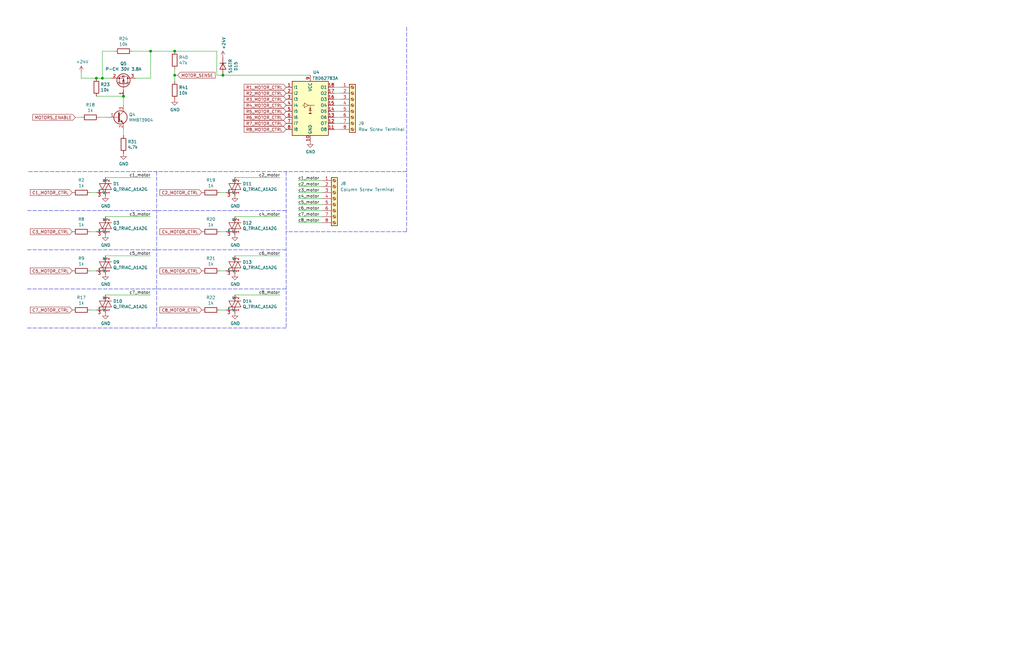
<source format=kicad_sch>
(kicad_sch (version 20201015) (generator eeschema)
  (paper "B")
  (lib_symbols
    (symbol "Connector:Screw_Terminal_01x08" (pin_names (offset 1.016) hide)
      (property "Reference" "J" (at 0 10.16 0))
      (property "Value" "Screw_Terminal_01x08" (at 0 -12.7 0))
      (symbol "Screw_Terminal_01x08_1_1"
        (circle (center 0 -10.16) (radius 0.635) (stroke (width 0.1524)))
        (circle (center 0 -7.62) (radius 0.635) (stroke (width 0.1524)))
        (circle (center 0 -5.08) (radius 0.635) (stroke (width 0.1524)))
        (circle (center 0 -2.54) (radius 0.635) (stroke (width 0.1524)))
        (circle (center 0 0) (radius 0.635) (stroke (width 0.1524)))
        (circle (center 0 2.54) (radius 0.635) (stroke (width 0.1524)))
        (circle (center 0 5.08) (radius 0.635) (stroke (width 0.1524)))
        (circle (center 0 7.62) (radius 0.635) (stroke (width 0.1524)))
        (rectangle (start -1.27 8.89) (end 1.27 -11.43) (stroke (width 0.254)) (fill (type background)))
        (polyline (pts (xy -0.5334 -9.8298) (xy 0.3302 -10.668)) (stroke (width 0.1524)))
        (polyline (pts (xy -0.5334 -7.2898) (xy 0.3302 -8.128)) (stroke (width 0.1524)))
        (polyline (pts (xy -0.5334 -4.7498) (xy 0.3302 -5.588)) (stroke (width 0.1524)))
        (polyline (pts (xy -0.5334 -2.2098) (xy 0.3302 -3.048)) (stroke (width 0.1524)))
        (polyline (pts (xy -0.5334 0.3302) (xy 0.3302 -0.508)) (stroke (width 0.1524)))
        (polyline (pts (xy -0.5334 2.8702) (xy 0.3302 2.032)) (stroke (width 0.1524)))
        (polyline (pts (xy -0.5334 5.4102) (xy 0.3302 4.572)) (stroke (width 0.1524)))
        (polyline (pts (xy -0.5334 7.9502) (xy 0.3302 7.112)) (stroke (width 0.1524)))
        (polyline (pts (xy -0.3556 -9.652) (xy 0.508 -10.4902)) (stroke (width 0.1524)))
        (polyline (pts (xy -0.3556 -7.112) (xy 0.508 -7.9502)) (stroke (width 0.1524)))
        (polyline (pts (xy -0.3556 -4.572) (xy 0.508 -5.4102)) (stroke (width 0.1524)))
        (polyline (pts (xy -0.3556 -2.032) (xy 0.508 -2.8702)) (stroke (width 0.1524)))
        (polyline (pts (xy -0.3556 0.508) (xy 0.508 -0.3302)) (stroke (width 0.1524)))
        (polyline (pts (xy -0.3556 3.048) (xy 0.508 2.2098)) (stroke (width 0.1524)))
        (polyline (pts (xy -0.3556 5.588) (xy 0.508 4.7498)) (stroke (width 0.1524)))
        (polyline (pts (xy -0.3556 8.128) (xy 0.508 7.2898)) (stroke (width 0.1524)))
        (pin passive line (at -5.08 7.62 0) (length 3.81) (name "Pin_1") (number "1"))
        (pin passive line (at -5.08 5.08 0) (length 3.81) (name "Pin_2") (number "2"))
        (pin passive line (at -5.08 2.54 0) (length 3.81) (name "Pin_3") (number "3"))
        (pin passive line (at -5.08 0 0) (length 3.81) (name "Pin_4") (number "4"))
        (pin passive line (at -5.08 -2.54 0) (length 3.81) (name "Pin_5") (number "5"))
        (pin passive line (at -5.08 -5.08 0) (length 3.81) (name "Pin_6") (number "6"))
        (pin passive line (at -5.08 -7.62 0) (length 3.81) (name "Pin_7") (number "7"))
        (pin passive line (at -5.08 -10.16 0) (length 3.81) (name "Pin_8") (number "8"))
      )
    )
    (symbol "Device:D" (pin_numbers hide) (pin_names (offset 1.016) hide)
      (property "Reference" "D" (at 0 2.54 0))
      (property "Value" "D" (at 0 -2.54 0))
      (symbol "D_0_1"
        (polyline (pts (xy -1.27 1.27) (xy -1.27 -1.27)) (stroke (width 0.254)))
        (polyline (pts (xy 1.27 0) (xy -1.27 0)))
        (polyline (pts (xy 1.27 1.27) (xy 1.27 -1.27) (xy -1.27 0) (xy 1.27 1.27)) (stroke (width 0.254)))
      )
      (symbol "D_1_1"
        (pin passive line (at -3.81 0 0) (length 2.54) (name "K") (number "1"))
        (pin passive line (at 3.81 0 180) (length 2.54) (name "A") (number "2"))
      )
    )
    (symbol "Device:Q_PMOS_GSD" (pin_names (offset 0) hide)
      (property "Reference" "Q" (at 5.08 1.27 0))
      (property "Value" "Q_PMOS_GSD" (at 5.08 -1.27 0))
      (symbol "Q_PMOS_GSD_0_1"
        (circle (center 1.651 0) (radius 2.794) (stroke (width 0.254)))
        (circle (center 2.54 -1.778) (radius 0.254) (fill (type outline)))
        (circle (center 2.54 1.778) (radius 0.254) (fill (type outline)))
        (polyline (pts (xy 0.254 0) (xy -2.54 0)))
        (polyline (pts (xy 0.254 1.905) (xy 0.254 -1.905)) (stroke (width 0.254)))
        (polyline (pts (xy 0.762 -1.27) (xy 0.762 -2.286)) (stroke (width 0.254)))
        (polyline (pts (xy 0.762 0.508) (xy 0.762 -0.508)) (stroke (width 0.254)))
        (polyline (pts (xy 0.762 2.286) (xy 0.762 1.27)) (stroke (width 0.254)))
        (polyline (pts (xy 2.54 2.54) (xy 2.54 1.778)))
        (polyline (pts (xy 2.54 -2.54) (xy 2.54 0) (xy 0.762 0)))
        (polyline (pts (xy 0.762 1.778) (xy 3.302 1.778) (xy 3.302 -1.778) (xy 0.762 -1.778)))
        (polyline (pts (xy 2.286 0) (xy 1.27 0.381) (xy 1.27 -0.381) (xy 2.286 0)) (fill (type outline)))
        (polyline (pts (xy 2.794 -0.508) (xy 2.921 -0.381) (xy 3.683 -0.381) (xy 3.81 -0.254)))
        (polyline (pts (xy 3.302 -0.381) (xy 2.921 0.254) (xy 3.683 0.254) (xy 3.302 -0.381)))
      )
      (symbol "Q_PMOS_GSD_1_1"
        (pin input line (at -5.08 0 0) (length 2.54) (name "G") (number "1"))
        (pin passive line (at 2.54 -5.08 90) (length 2.54) (name "S") (number "2"))
        (pin passive line (at 2.54 5.08 270) (length 2.54) (name "D") (number "3"))
      )
    )
    (symbol "Device:Q_TRIAC_A1A2G" (pin_names (offset 0))
      (property "Reference" "D" (at 3.175 0.635 0))
      (property "Value" "Q_TRIAC_A1A2G" (at 3.175 -1.27 0))
      (symbol "Q_TRIAC_A1A2G_0_1"
        (polyline (pts (xy -2.54 -1.27) (xy 2.54 -1.27)) (stroke (width 0.2032)))
        (polyline (pts (xy -2.54 1.27) (xy 2.54 1.27)) (stroke (width 0.2032)))
        (polyline (pts (xy -1.27 -2.54) (xy -0.635 -1.27)))
        (polyline (pts (xy -2.54 1.27) (xy -1.27 -1.27) (xy 0 1.27)) (stroke (width 0.2032)))
        (polyline (pts (xy 0 -1.27) (xy 1.27 1.27) (xy 2.54 -1.27)) (stroke (width 0.2032)))
      )
      (symbol "Q_TRIAC_A1A2G_1_1"
        (pin passive line (at 0 -3.81 90) (length 2.54) (name "A1") (number "1"))
        (pin passive line (at 0 3.81 270) (length 2.54) (name "A2") (number "2"))
        (pin input line (at -3.81 -2.54 0) (length 2.54) (name "G") (number "3"))
      )
    )
    (symbol "Device:R" (pin_numbers hide) (pin_names (offset 0))
      (property "Reference" "R" (at 2.032 0 90))
      (property "Value" "R" (at 0 0 90))
      (symbol "R_0_1"
        (rectangle (start -1.016 -2.54) (end 1.016 2.54) (stroke (width 0.254)))
      )
      (symbol "R_1_1"
        (pin passive line (at 0 3.81 270) (length 1.27) (name "~") (number "1"))
        (pin passive line (at 0 -3.81 90) (length 1.27) (name "~") (number "2"))
      )
    )
    (symbol "Transistor_Array:TBD62783A"
      (property "Reference" "U" (at -7.62 11.43 0))
      (property "Value" "TBD62783A" (at 1.27 11.43 0))
      (symbol "TBD62783A_0_1"
        (rectangle (start -7.62 10.16) (end 7.62 -12.7) (stroke (width 0.254)) (fill (type background)))
        (rectangle (start -0.508 -3.302) (end 0.508 -3.556) (fill (type outline)))
        (polyline (pts (xy -1.778 -2.794) (xy -1.778 -2.794)) (stroke (width 0.254)))
        (polyline (pts (xy -1.778 -2.032) (xy -1.778 -2.032)) (stroke (width 0.254)))
        (polyline (pts (xy -1.778 -1.27) (xy -1.778 -1.27)) (stroke (width 0.254)))
        (polyline (pts (xy -1.778 1.27) (xy -1.778 1.27)) (stroke (width 0.254)))
        (polyline (pts (xy -1.778 2.032) (xy -1.778 2.032)) (stroke (width 0.254)))
        (polyline (pts (xy -1.778 2.794) (xy -1.778 2.794)) (stroke (width 0.254)))
        (polyline (pts (xy -0.762 0) (xy 1.778 0)))
        (polyline (pts (xy -0.508 -1.27) (xy 0.508 -1.27)))
        (polyline (pts (xy 0 0) (xy 0 -3.302)))
        (polyline (pts (xy 0 0) (xy 0 0)) (stroke (width 0.508)))
        (polyline (pts (xy 0 -1.27) (xy -0.508 -2.286) (xy 0.508 -2.286) (xy 0 -1.27)))
        (polyline (pts (xy -3.302 0) (xy -2.54 0) (xy -2.54 1.016) (xy -0.762 0) (xy -2.54 -1.016) (xy -2.54 0)))
      )
      (symbol "TBD62783A_1_1"
        (pin input line (at -10.16 7.62 0) (length 2.54) (name "I1") (number "1"))
        (pin power_in line (at 0 -15.24 90) (length 2.54) (name "GND") (number "10"))
        (pin open_emitter line (at 10.16 -10.16 180) (length 2.54) (name "O8") (number "11"))
        (pin open_emitter line (at 10.16 -7.62 180) (length 2.54) (name "O7") (number "12"))
        (pin open_emitter line (at 10.16 -5.08 180) (length 2.54) (name "O6") (number "13"))
        (pin open_emitter line (at 10.16 -2.54 180) (length 2.54) (name "O5") (number "14"))
        (pin open_emitter line (at 10.16 0 180) (length 2.54) (name "O4") (number "15"))
        (pin open_emitter line (at 10.16 2.54 180) (length 2.54) (name "O3") (number "16"))
        (pin open_emitter line (at 10.16 5.08 180) (length 2.54) (name "O2") (number "17"))
        (pin open_emitter line (at 10.16 7.62 180) (length 2.54) (name "O1") (number "18"))
        (pin input line (at -10.16 5.08 0) (length 2.54) (name "I2") (number "2"))
        (pin input line (at -10.16 2.54 0) (length 2.54) (name "I3") (number "3"))
        (pin input line (at -10.16 0 0) (length 2.54) (name "I4") (number "4"))
        (pin input line (at -10.16 -2.54 0) (length 2.54) (name "I5") (number "5"))
        (pin input line (at -10.16 -5.08 0) (length 2.54) (name "I6") (number "6"))
        (pin input line (at -10.16 -7.62 0) (length 2.54) (name "I7") (number "7"))
        (pin input line (at -10.16 -10.16 0) (length 2.54) (name "I8") (number "8"))
        (pin power_in line (at 0 12.7 270) (length 2.54) (name "VCC") (number "9"))
      )
    )
    (symbol "Transistor_BJT:MMBT3904" (pin_names (offset 0) hide)
      (property "Reference" "Q" (at 5.08 1.905 0))
      (property "Value" "MMBT3904" (at 5.08 0 0))
      (symbol "MMBT3904_0_1"
        (circle (center 1.27 0) (radius 2.8194) (stroke (width 0.254)))
        (polyline (pts (xy 0.635 0.635) (xy 2.54 2.54)))
        (polyline (pts (xy 0.635 -0.635) (xy 2.54 -2.54) (xy 2.54 -2.54)))
        (polyline (pts (xy 0.635 1.905) (xy 0.635 -1.905) (xy 0.635 -1.905)) (stroke (width 0.508)))
        (polyline (pts (xy 1.27 -1.778) (xy 1.778 -1.27) (xy 2.286 -2.286) (xy 1.27 -1.778) (xy 1.27 -1.778)) (fill (type outline)))
      )
      (symbol "MMBT3904_1_1"
        (pin input line (at -5.08 0 0) (length 5.715) (name "B") (number "1"))
        (pin passive line (at 2.54 -5.08 90) (length 2.54) (name "E") (number "2"))
        (pin passive line (at 2.54 5.08 270) (length 2.54) (name "C") (number "3"))
      )
    )
    (symbol "power:+24V" (power) (pin_names (offset 0))
      (property "Value" "+24V" (at 0 3.556 0))
      (symbol "+24V_0_1"
        (polyline (pts (xy -0.762 1.27) (xy 0 2.54)))
        (polyline (pts (xy 0 0) (xy 0 2.54)))
        (polyline (pts (xy 0 2.54) (xy 0.762 1.27)))
      )
      (symbol "+24V_1_1"
        (pin power_in line (at 0 0 90) (length 0) hide (name "+24V") (number "1"))
      )
    )
    (symbol "power:GND" (power) (pin_names (offset 0))
      (property "Value" "GND" (at 0 -3.81 0))
      (symbol "GND_0_1"
        (polyline (pts (xy 0 0) (xy 0 -1.27) (xy 1.27 -1.27) (xy 0 -2.54) (xy -1.27 -1.27) (xy 0 -1.27)))
      )
      (symbol "GND_1_1"
        (pin power_in line (at 0 0 270) (length 0) hide (name "GND") (number "1"))
      )
    )
  )
  (junction (at 40.64 33.02) (diameter 1.016))
  (junction (at 43.18 33.02) (diameter 1.016))
  (junction (at 52.07 40.64) (diameter 1.016))
  (junction (at 63.5 21.59) (diameter 1.016))
  (junction (at 73.66 21.59) (diameter 1.016))
  (junction (at 73.66 31.75) (diameter 1.016))
  (junction (at 93.98 31.75) (diameter 1.016))
  (wire (pts (xy 34.29 30.48) (xy 34.29 33.02)))
  (wire (pts (xy 34.29 33.02) (xy 40.64 33.02)))
  (wire (pts (xy 34.29 49.53) (xy 31.75 49.53)))
  (wire (pts (xy 38.1 81.28) (xy 40.64 81.28)))
  (wire (pts (xy 38.1 97.79) (xy 40.64 97.79)))
  (wire (pts (xy 38.1 114.3) (xy 40.64 114.3)))
  (wire (pts (xy 38.1 130.81) (xy 40.64 130.81)))
  (wire (pts (xy 40.64 40.64) (xy 52.07 40.64)))
  (wire (pts (xy 43.18 21.59) (xy 43.18 33.02)))
  (wire (pts (xy 43.18 33.02) (xy 40.64 33.02)))
  (wire (pts (xy 44.45 49.53) (xy 41.91 49.53)))
  (wire (pts (xy 46.99 33.02) (xy 43.18 33.02)))
  (wire (pts (xy 48.26 21.59) (xy 43.18 21.59)))
  (wire (pts (xy 52.07 40.64) (xy 52.07 44.45)))
  (wire (pts (xy 52.07 54.61) (xy 52.07 57.15)))
  (wire (pts (xy 55.88 21.59) (xy 63.5 21.59)))
  (wire (pts (xy 63.5 21.59) (xy 63.5 33.02)))
  (wire (pts (xy 63.5 33.02) (xy 57.15 33.02)))
  (wire (pts (xy 63.5 74.93) (xy 44.45 74.93)))
  (wire (pts (xy 63.5 91.44) (xy 44.45 91.44)))
  (wire (pts (xy 63.5 107.95) (xy 44.45 107.95)))
  (wire (pts (xy 63.5 124.46) (xy 44.45 124.46)))
  (wire (pts (xy 73.66 21.59) (xy 63.5 21.59)))
  (wire (pts (xy 73.66 21.59) (xy 91.44 21.59)))
  (wire (pts (xy 73.66 29.21) (xy 73.66 31.75)))
  (wire (pts (xy 73.66 31.75) (xy 73.66 34.29)))
  (wire (pts (xy 74.93 31.75) (xy 73.66 31.75)))
  (wire (pts (xy 91.44 21.59) (xy 91.44 31.75)))
  (wire (pts (xy 91.44 31.75) (xy 93.98 31.75)))
  (wire (pts (xy 92.71 81.28) (xy 95.25 81.28)))
  (wire (pts (xy 92.71 97.79) (xy 95.25 97.79)))
  (wire (pts (xy 92.71 114.3) (xy 95.25 114.3)))
  (wire (pts (xy 92.71 130.81) (xy 95.25 130.81)))
  (wire (pts (xy 93.98 31.75) (xy 130.81 31.75)))
  (wire (pts (xy 118.11 74.93) (xy 99.06 74.93)))
  (wire (pts (xy 118.11 91.44) (xy 99.06 91.44)))
  (wire (pts (xy 118.11 107.95) (xy 99.06 107.95)))
  (wire (pts (xy 118.11 124.46) (xy 99.06 124.46)))
  (wire (pts (xy 125.73 76.2) (xy 135.89 76.2)))
  (wire (pts (xy 125.73 78.74) (xy 135.89 78.74)))
  (wire (pts (xy 125.73 81.28) (xy 135.89 81.28)))
  (wire (pts (xy 125.73 83.82) (xy 135.89 83.82)))
  (wire (pts (xy 125.73 86.36) (xy 135.89 86.36)))
  (wire (pts (xy 125.73 88.9) (xy 135.89 88.9)))
  (wire (pts (xy 125.73 91.44) (xy 135.89 91.44)))
  (wire (pts (xy 125.73 93.98) (xy 135.89 93.98)))
  (wire (pts (xy 140.97 36.83) (xy 143.51 36.83)))
  (wire (pts (xy 140.97 39.37) (xy 143.51 39.37)))
  (wire (pts (xy 140.97 41.91) (xy 143.51 41.91)))
  (wire (pts (xy 140.97 44.45) (xy 143.51 44.45)))
  (wire (pts (xy 140.97 46.99) (xy 143.51 46.99)))
  (wire (pts (xy 140.97 49.53) (xy 143.51 49.53)))
  (wire (pts (xy 140.97 52.07) (xy 143.51 52.07)))
  (wire (pts (xy 140.97 54.61) (xy 143.51 54.61)))
  (polyline (pts (xy 66.04 72.39) (xy 66.04 138.43)) (stroke (width 0) (type dash)))
  (polyline (pts (xy 120.65 72.39) (xy 120.65 138.43)) (stroke (width 0) (type dash)))
  (polyline (pts (xy 120.65 88.9) (xy 11.43 88.9)) (stroke (width 0) (type dash)))
  (polyline (pts (xy 120.65 105.41) (xy 11.43 105.41)) (stroke (width 0) (type dash)))
  (polyline (pts (xy 120.65 121.92) (xy 11.43 121.92)) (stroke (width 0) (type dash)))
  (polyline (pts (xy 120.65 138.43) (xy 11.43 138.43)) (stroke (width 0) (type dash)))
  (polyline (pts (xy 171.45 11.43) (xy 171.45 97.79)) (stroke (width 0) (type dash)))
  (polyline (pts (xy 171.45 72.39) (xy 11.43 72.39)) (stroke (width 0) (type dash)))
  (polyline (pts (xy 171.45 97.79) (xy 120.65 97.79)) (stroke (width 0) (type dash)))
  (label "c1_motor" (at 63.5 74.93 180))
  (label "c3_motor" (at 63.5 91.44 180))
  (label "c5_motor" (at 63.5 107.95 180))
  (label "c7_motor" (at 63.5 124.46 180))
  (label "c2_motor" (at 118.11 74.93 180))
  (label "c4_motor" (at 118.11 91.44 180))
  (label "c6_motor" (at 118.11 107.95 180))
  (label "c8_motor" (at 118.11 124.46 180))
  (label "c1_motor" (at 125.73 76.2 0))
  (label "c2_motor" (at 125.73 78.74 0))
  (label "c3_motor" (at 125.73 81.28 0))
  (label "c4_motor" (at 125.73 83.82 0))
  (label "c5_motor" (at 125.73 86.36 0))
  (label "c6_motor" (at 125.73 88.9 0))
  (label "c7_motor" (at 125.73 91.44 0))
  (label "c8_motor" (at 125.73 93.98 0))
  (global_label "C1_MOTOR_CTRL" (shape input) (at 30.48 81.28 180) (property "Intersheet References" "${INTERSHEET_REFS}" (effects hide)))
  (global_label "C3_MOTOR_CTRL" (shape input) (at 30.48 97.79 180) (property "Intersheet References" "${INTERSHEET_REFS}" (effects hide)))
  (global_label "C5_MOTOR_CTRL" (shape input) (at 30.48 114.3 180) (property "Intersheet References" "${INTERSHEET_REFS}" (effects hide)))
  (global_label "C7_MOTOR_CTRL" (shape input) (at 30.48 130.81 180) (property "Intersheet References" "${INTERSHEET_REFS}" (effects hide)))
  (global_label "MOTORS_ENABLE" (shape input) (at 31.75 49.53 180) (property "Intersheet References" "${INTERSHEET_REFS}" (effects hide)))
  (global_label "MOTOR_SENSE" (shape input) (at 74.93 31.75 0) (property "Intersheet References" "${INTERSHEET_REFS}" (effects hide)))
  (global_label "C2_MOTOR_CTRL" (shape input) (at 85.09 81.28 180) (property "Intersheet References" "${INTERSHEET_REFS}" (effects hide)))
  (global_label "C4_MOTOR_CTRL" (shape input) (at 85.09 97.79 180) (property "Intersheet References" "${INTERSHEET_REFS}" (effects hide)))
  (global_label "C6_MOTOR_CTRL" (shape input) (at 85.09 114.3 180) (property "Intersheet References" "${INTERSHEET_REFS}" (effects hide)))
  (global_label "C8_MOTOR_CTRL" (shape input) (at 85.09 130.81 180) (property "Intersheet References" "${INTERSHEET_REFS}" (effects hide)))
  (global_label "R1_MOTOR_CTRL" (shape input) (at 120.65 36.83 180) (property "Intersheet References" "${INTERSHEET_REFS}" (effects hide)))
  (global_label "R2_MOTOR_CTRL" (shape input) (at 120.65 39.37 180) (property "Intersheet References" "${INTERSHEET_REFS}" (effects hide)))
  (global_label "R3_MOTOR_CTRL" (shape input) (at 120.65 41.91 180) (property "Intersheet References" "${INTERSHEET_REFS}" (effects hide)))
  (global_label "R4_MOTOR_CTRL" (shape input) (at 120.65 44.45 180) (property "Intersheet References" "${INTERSHEET_REFS}" (effects hide)))
  (global_label "R5_MOTOR_CTRL" (shape input) (at 120.65 46.99 180) (property "Intersheet References" "${INTERSHEET_REFS}" (effects hide)))
  (global_label "R6_MOTOR_CTRL" (shape input) (at 120.65 49.53 180) (property "Intersheet References" "${INTERSHEET_REFS}" (effects hide)))
  (global_label "R7_MOTOR_CTRL" (shape input) (at 120.65 52.07 180) (property "Intersheet References" "${INTERSHEET_REFS}" (effects hide)))
  (global_label "R8_MOTOR_CTRL" (shape input) (at 120.65 54.61 180) (property "Intersheet References" "${INTERSHEET_REFS}" (effects hide)))
  (symbol (lib_id "power:+24V") (at 34.29 30.48 0) (unit 1)
    (property "Reference" "#PWR0113" (effects hide))
    (property "Value" "+24V" (at 34.671 26.0858 0))
  )
  (symbol (lib_id "power:+24V") (at 93.98 24.13 0) (unit 1)
    (property "Reference" "#PWR0121" (effects hide))
    (property "Value" "+24V" (at 94.361 20.8788 90) (effects (justify left)))
  )
  (symbol (lib_id "power:GND") (at 44.45 82.55 0) (unit 1)
    (property "Reference" "#PWR0123" (effects hide))
    (property "Value" "GND" (at 44.577 86.9442 0))
  )
  (symbol (lib_id "power:GND") (at 44.45 99.06 0) (unit 1)
    (property "Reference" "#PWR0124" (effects hide))
    (property "Value" "GND" (at 44.577 103.4542 0))
  )
  (symbol (lib_id "power:GND") (at 44.45 115.57 0) (unit 1)
    (property "Reference" "#PWR0125" (effects hide))
    (property "Value" "GND" (at 44.577 119.9642 0))
  )
  (symbol (lib_id "power:GND") (at 44.45 132.08 0) (unit 1)
    (property "Reference" "#PWR0126" (effects hide))
    (property "Value" "GND" (at 44.577 136.4742 0))
  )
  (symbol (lib_id "power:GND") (at 52.07 64.77 0) (unit 1)
    (property "Reference" "#PWR0112" (effects hide))
    (property "Value" "GND" (at 52.197 69.1642 0))
  )
  (symbol (lib_id "power:GND") (at 73.66 41.91 0) (unit 1)
    (property "Reference" "#PWR0114" (effects hide))
    (property "Value" "GND" (at 73.787 46.3042 0))
  )
  (symbol (lib_id "power:GND") (at 99.06 82.55 0) (unit 1)
    (property "Reference" "#PWR0127" (effects hide))
    (property "Value" "GND" (at 99.187 86.9442 0))
  )
  (symbol (lib_id "power:GND") (at 99.06 99.06 0) (unit 1)
    (property "Reference" "#PWR0128" (effects hide))
    (property "Value" "GND" (at 99.187 103.4542 0))
  )
  (symbol (lib_id "power:GND") (at 99.06 115.57 0) (unit 1)
    (property "Reference" "#PWR0129" (effects hide))
    (property "Value" "GND" (at 99.187 119.9642 0))
  )
  (symbol (lib_id "power:GND") (at 99.06 132.08 0) (unit 1)
    (property "Reference" "#PWR0130" (effects hide))
    (property "Value" "GND" (at 99.187 136.4742 0))
  )
  (symbol (lib_id "power:GND") (at 130.81 59.69 0) (unit 1)
    (property "Reference" "#PWR0111" (effects hide))
    (property "Value" "GND" (at 130.937 64.0842 0))
  )
  (symbol (lib_id "Device:R") (at 34.29 81.28 90) (unit 1)
    (property "Reference" "R2" (at 34.29 76.0222 90))
    (property "Value" "1k" (at 34.29 78.3336 90))
    (property "Footprint" "Resistor_SMD:R_0603_1608Metric_Pad1.05x0.95mm_HandSolder" (effects hide))
    (property "Part Number" "RC0603FR-071KL" (effects hide))
    (property "Manufacturer" "Yageo" (effects hide))
    (property "Bin" "1" (effects hide))
  )
  (symbol (lib_id "Device:R") (at 34.29 97.79 90) (unit 1)
    (property "Reference" "R8" (at 34.29 92.5322 90))
    (property "Value" "1k" (at 34.29 94.8436 90))
    (property "Footprint" "Resistor_SMD:R_0603_1608Metric_Pad1.05x0.95mm_HandSolder" (effects hide))
    (property "Part Number" "RC0603FR-071KL" (effects hide))
    (property "Manufacturer" "Yageo" (effects hide))
    (property "Bin" "1" (effects hide))
  )
  (symbol (lib_id "Device:R") (at 34.29 114.3 90) (unit 1)
    (property "Reference" "R9" (at 34.29 109.0422 90))
    (property "Value" "1k" (at 34.29 111.3536 90))
    (property "Footprint" "Resistor_SMD:R_0603_1608Metric_Pad1.05x0.95mm_HandSolder" (effects hide))
    (property "Part Number" "RC0603FR-071KL" (effects hide))
    (property "Manufacturer" "Yageo" (effects hide))
    (property "Bin" "1" (effects hide))
  )
  (symbol (lib_id "Device:R") (at 34.29 130.81 90) (unit 1)
    (property "Reference" "R17" (at 34.29 125.5522 90))
    (property "Value" "1k" (at 34.29 127.8636 90))
    (property "Footprint" "Resistor_SMD:R_0603_1608Metric_Pad1.05x0.95mm_HandSolder" (effects hide))
    (property "Part Number" "RC0603FR-071KL" (effects hide))
    (property "Manufacturer" "Yageo" (effects hide))
    (property "Bin" "1" (effects hide))
  )
  (symbol (lib_id "Device:R") (at 38.1 49.53 270) (unit 1)
    (property "Reference" "R18" (at 38.1 44.2722 90))
    (property "Value" "1k" (at 38.1 46.5836 90))
    (property "Footprint" "Resistor_SMD:R_0603_1608Metric_Pad1.05x0.95mm_HandSolder" (effects hide))
    (property "Manufacturer" "Yageo" (effects hide))
    (property "Part Number" "RC0603FR-071KL" (effects hide))
    (property "Bin" "1" (effects hide))
  )
  (symbol (lib_id "Device:R") (at 40.64 36.83 0) (unit 1)
    (property "Reference" "R23" (at 42.418 35.6616 0) (effects (justify left)))
    (property "Value" "10k" (at 42.418 37.973 0) (effects (justify left)))
    (property "Footprint" "Resistor_SMD:R_0603_1608Metric_Pad1.05x0.95mm_HandSolder" (effects hide))
    (property "Part Number" "RC0603FR-0710KL" (effects hide))
    (property "Manufacturer" "Yageo" (effects hide))
    (property "Bin" "10" (effects hide))
  )
  (symbol (lib_id "Device:R") (at 52.07 21.59 270) (unit 1)
    (property "Reference" "R24" (at 52.07 16.3322 90))
    (property "Value" "10k" (at 52.07 18.6436 90))
    (property "Footprint" "Resistor_SMD:R_0603_1608Metric_Pad1.05x0.95mm_HandSolder" (effects hide))
    (property "Manufacturer" "Yageo" (effects hide))
    (property "Part Number" "RC0603FR-0710KL" (effects hide))
    (property "Bin" "10" (effects hide))
  )
  (symbol (lib_id "Device:R") (at 52.07 60.96 0) (unit 1)
    (property "Reference" "R31" (at 53.848 59.7916 0) (effects (justify left)))
    (property "Value" "4.7k" (at 53.848 62.103 0) (effects (justify left)))
    (property "Footprint" "Resistor_SMD:R_0603_1608Metric_Pad1.05x0.95mm_HandSolder" (effects hide))
    (property "Manufacturer" "Yageo" (effects hide))
    (property "Part Number" "RC0603FR-074K7L" (effects hide))
    (property "Bin" "5" (effects hide))
  )
  (symbol (lib_id "Device:R") (at 73.66 25.4 0) (unit 1)
    (property "Reference" "R40" (at 75.438 24.2316 0) (effects (justify left)))
    (property "Value" "47k" (at 75.438 26.543 0) (effects (justify left)))
    (property "Footprint" "Resistor_SMD:R_0603_1608Metric_Pad1.05x0.95mm_HandSolder" (effects hide))
    (property "Bin" "36" (effects hide))
    (property "Manufacturer" "Yageo" (effects hide))
    (property "Part Number" "RC0603FR-0747KL" (effects hide))
  )
  (symbol (lib_id "Device:R") (at 73.66 38.1 0) (unit 1)
    (property "Reference" "R41" (at 75.438 36.9316 0) (effects (justify left)))
    (property "Value" "10k" (at 75.438 39.243 0) (effects (justify left)))
    (property "Footprint" "Resistor_SMD:R_0603_1608Metric_Pad1.05x0.95mm_HandSolder" (effects hide))
    (property "Part Number" "RC0603FR-0710KL" (effects hide))
    (property "Manufacturer" "Yageo" (effects hide))
    (property "Bin" "10" (effects hide))
  )
  (symbol (lib_id "Device:R") (at 88.9 81.28 90) (unit 1)
    (property "Reference" "R19" (at 88.9 76.0222 90))
    (property "Value" "1k" (at 88.9 78.3336 90))
    (property "Footprint" "Resistor_SMD:R_0603_1608Metric_Pad1.05x0.95mm_HandSolder" (effects hide))
    (property "Part Number" "RC0603FR-071KL" (effects hide))
    (property "Manufacturer" "Yageo" (effects hide))
    (property "Bin" "1" (effects hide))
  )
  (symbol (lib_id "Device:R") (at 88.9 97.79 90) (unit 1)
    (property "Reference" "R20" (at 88.9 92.5322 90))
    (property "Value" "1k" (at 88.9 94.8436 90))
    (property "Footprint" "Resistor_SMD:R_0603_1608Metric_Pad1.05x0.95mm_HandSolder" (effects hide))
    (property "Part Number" "RC0603FR-071KL" (effects hide))
    (property "Manufacturer" "Yageo" (effects hide))
    (property "Bin" "1" (effects hide))
  )
  (symbol (lib_id "Device:R") (at 88.9 114.3 90) (unit 1)
    (property "Reference" "R21" (at 88.9 109.0422 90))
    (property "Value" "1k" (at 88.9 111.3536 90))
    (property "Footprint" "Resistor_SMD:R_0603_1608Metric_Pad1.05x0.95mm_HandSolder" (effects hide))
    (property "Part Number" "RC0603FR-071KL" (effects hide))
    (property "Manufacturer" "Yageo" (effects hide))
    (property "Bin" "1" (effects hide))
  )
  (symbol (lib_id "Device:R") (at 88.9 130.81 90) (unit 1)
    (property "Reference" "R22" (at 88.9 125.5522 90))
    (property "Value" "1k" (at 88.9 127.8636 90))
    (property "Footprint" "Resistor_SMD:R_0603_1608Metric_Pad1.05x0.95mm_HandSolder" (effects hide))
    (property "Part Number" "RC0603FR-071KL" (effects hide))
    (property "Manufacturer" "Yageo" (effects hide))
    (property "Bin" "1" (effects hide))
  )
  (symbol (lib_id "Device:D") (at 93.98 27.94 270) (unit 1)
    (property "Reference" "D15" (at 99.4664 27.94 0))
    (property "Value" "S1GTR" (at 97.155 27.94 0))
    (property "Footprint" "Diode_SMD:D_SMA_Handsoldering" (effects hide))
    (property "Part Number" "S1GTR" (effects hide))
    (property "Manufacturer" "SMC Diode Solutions" (effects hide))
    (property "Bin" "29" (effects hide))
  )
  (symbol (lib_id "Device:Q_TRIAC_A1A2G") (at 44.45 78.74 0) (unit 1)
    (property "Reference" "D1" (at 47.7012 77.5716 0) (effects (justify left)))
    (property "Value" "Q_TRIAC_A1A2G" (at 47.7012 79.883 0) (effects (justify left)))
    (property "Footprint" "Package_TO_SOT_SMD:SOT-223-3_TabPin2" (effects hide))
    (property "Part Number" "Z0103MN,135" (effects hide))
    (property "Manufacturer" "WeEn Semiconductors" (effects hide))
    (property "Bin" "27" (effects hide))
  )
  (symbol (lib_id "Device:Q_TRIAC_A1A2G") (at 44.45 95.25 0) (unit 1)
    (property "Reference" "D3" (at 47.7012 94.0816 0) (effects (justify left)))
    (property "Value" "Q_TRIAC_A1A2G" (at 47.7012 96.393 0) (effects (justify left)))
    (property "Footprint" "Package_TO_SOT_SMD:SOT-223-3_TabPin2" (effects hide))
    (property "Part Number" "Z0103MN,135" (effects hide))
    (property "Manufacturer" "WeEn Semiconductors" (effects hide))
    (property "Bin" "27" (effects hide))
  )
  (symbol (lib_id "Device:Q_TRIAC_A1A2G") (at 44.45 111.76 0) (unit 1)
    (property "Reference" "D9" (at 47.7012 110.5916 0) (effects (justify left)))
    (property "Value" "Q_TRIAC_A1A2G" (at 47.7012 112.903 0) (effects (justify left)))
    (property "Footprint" "Package_TO_SOT_SMD:SOT-223-3_TabPin2" (effects hide))
    (property "Part Number" "Z0103MN,135" (effects hide))
    (property "Manufacturer" "WeEn Semiconductors" (effects hide))
    (property "Bin" "27" (effects hide))
  )
  (symbol (lib_id "Device:Q_TRIAC_A1A2G") (at 44.45 128.27 0) (unit 1)
    (property "Reference" "D10" (at 47.7012 127.1016 0) (effects (justify left)))
    (property "Value" "Q_TRIAC_A1A2G" (at 47.7012 129.413 0) (effects (justify left)))
    (property "Footprint" "Package_TO_SOT_SMD:SOT-223-3_TabPin2" (effects hide))
    (property "Part Number" "Z0103MN,135" (effects hide))
    (property "Manufacturer" "WeEn Semiconductors" (effects hide))
    (property "Bin" "27" (effects hide))
  )
  (symbol (lib_id "Device:Q_TRIAC_A1A2G") (at 99.06 78.74 0) (unit 1)
    (property "Reference" "D11" (at 102.3112 77.5716 0) (effects (justify left)))
    (property "Value" "Q_TRIAC_A1A2G" (at 102.3112 79.883 0) (effects (justify left)))
    (property "Footprint" "Package_TO_SOT_SMD:SOT-223-3_TabPin2" (effects hide))
    (property "Part Number" "Z0103MN,135" (effects hide))
    (property "Manufacturer" "WeEn Semiconductors" (effects hide))
    (property "Bin" "27" (effects hide))
  )
  (symbol (lib_id "Device:Q_TRIAC_A1A2G") (at 99.06 95.25 0) (unit 1)
    (property "Reference" "D12" (at 102.3112 94.0816 0) (effects (justify left)))
    (property "Value" "Q_TRIAC_A1A2G" (at 102.3112 96.393 0) (effects (justify left)))
    (property "Footprint" "Package_TO_SOT_SMD:SOT-223-3_TabPin2" (effects hide))
    (property "Part Number" "Z0103MN,135" (effects hide))
    (property "Manufacturer" "WeEn Semiconductors" (effects hide))
    (property "Bin" "27" (effects hide))
  )
  (symbol (lib_id "Device:Q_TRIAC_A1A2G") (at 99.06 111.76 0) (unit 1)
    (property "Reference" "D13" (at 102.3112 110.5916 0) (effects (justify left)))
    (property "Value" "Q_TRIAC_A1A2G" (at 102.3112 112.903 0) (effects (justify left)))
    (property "Footprint" "Package_TO_SOT_SMD:SOT-223-3_TabPin2" (effects hide))
    (property "Part Number" "Z0103MN,135" (effects hide))
    (property "Manufacturer" "WeEn Semiconductors" (effects hide))
    (property "Bin" "27" (effects hide))
  )
  (symbol (lib_id "Device:Q_TRIAC_A1A2G") (at 99.06 128.27 0) (unit 1)
    (property "Reference" "D14" (at 102.3112 127.1016 0) (effects (justify left)))
    (property "Value" "Q_TRIAC_A1A2G" (at 102.3112 129.413 0) (effects (justify left)))
    (property "Footprint" "Package_TO_SOT_SMD:SOT-223-3_TabPin2" (effects hide))
    (property "Part Number" "Z0103MN,135" (effects hide))
    (property "Manufacturer" "WeEn Semiconductors" (effects hide))
    (property "Bin" "27" (effects hide))
  )
  (symbol (lib_id "Transistor_BJT:MMBT3904") (at 49.53 49.53 0)
    (property "Reference" "Q4" (at 54.3814 48.3616 0) (effects (justify left)))
    (property "Value" "MMBT3904" (at 54.3814 50.673 0) (effects (justify left)))
    (property "Footprint" "Snack Machine:SOT-23_Handsoldering_Lite" (effects hide))
    (property "Datasheet" "https://www.fairchildsemi.com/datasheets/2N/2N3904.pdf" (effects hide))
    (property "Manufacturer" "MCC" (effects hide))
    (property "Part Number" "MMBT3904-TP" (effects hide))
    (property "Bin" "12" (effects hide))
  )
  (symbol (lib_id "Device:Q_PMOS_GSD") (at 52.07 35.56 270) (mirror x)
    (property "Reference" "Q5" (at 52.07 26.8478 90))
    (property "Value" "P-CH 30V 3.8A" (at 52.07 29.1592 90))
    (property "Footprint" "Snack Machine:SOT-23_Handsoldering_Lite" (effects hide))
    (property "Part Number" "DMP3099L-7" (effects hide))
    (property "Manufacturer" "Diodes Incorporated" (effects hide))
    (property "Bin" "23" (effects hide))
  )
  (symbol (lib_id "Connector:Screw_Terminal_01x08") (at 140.97 83.82 0)
    (property "Reference" "J8" (at 143.51 77.47 0) (effects (justify left)))
    (property "Value" "Column Screw Terminal" (at 143.51 80.01 0) (effects (justify left)))
    (property "Footprint" "TerminalBlock_Phoenix:TerminalBlock_Phoenix_PT-1,5-8-5.0-H_1x08_P5.00mm_Horizontal" (effects hide))
    (property "Part Number" "OQ0854500000G" (effects hide))
    (property "Manufacturer" "Amphenol Anytek" (effects hide))
  )
  (symbol (lib_id "Connector:Screw_Terminal_01x08") (at 148.59 44.45 0)
    (property "Reference" "J9" (at 151.13 52.07 0) (effects (justify left)))
    (property "Value" "Row Screw Terminal" (at 151.13 54.61 0) (effects (justify left)))
    (property "Footprint" "TerminalBlock_Phoenix:TerminalBlock_Phoenix_PT-1,5-8-5.0-H_1x08_P5.00mm_Horizontal" (effects hide))
    (property "Part Number" "OQ0854500000G" (effects hide))
    (property "Manufacturer" "Amphenol Anytek" (effects hide))
  )
  (symbol (lib_id "Transistor_Array:TBD62783A") (at 130.81 44.45 0) (unit 1)
    (property "Reference" "U4" (at 133.35 30.48 0))
    (property "Value" "TBD62783A" (at 137.16 33.02 0))
    (property "Footprint" "Package_SO:SSOP-18_4.4x6.5mm_P0.65mm" (effects hide))
    (property "Datasheet" "http://toshiba.semicon-storage.com/info/docget.jsp?did=30523&prodName=TBD62783APG" (effects hide))
    (property "Part Number" "TBD62783AFNG,EL" (effects hide))
    (property "Manufacturer" "Toshiba Semiconductor and Storage" (effects hide))
    (property "Bin" "34" (effects hide))
  )
)
</source>
